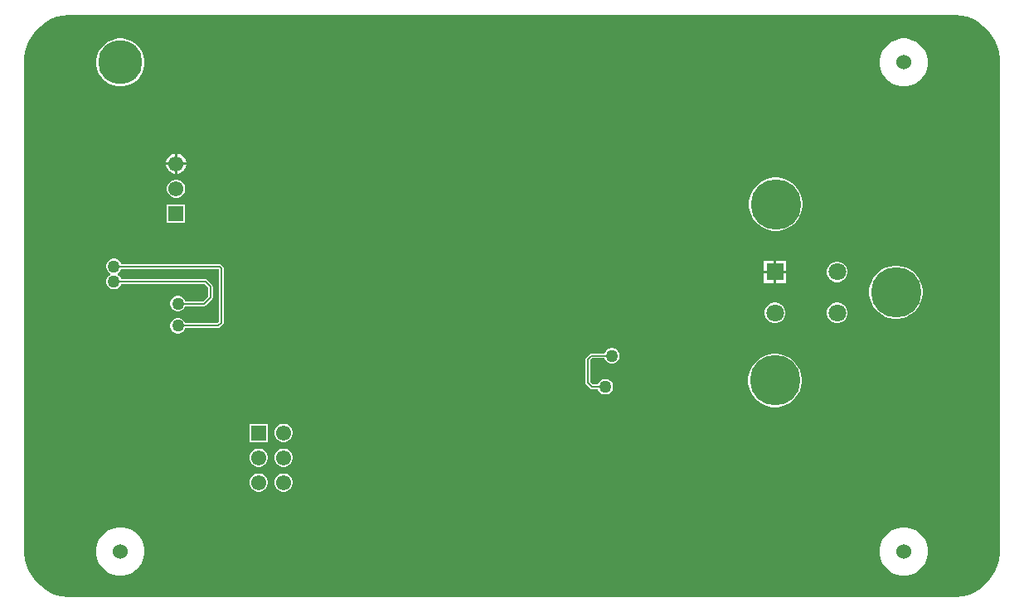
<source format=gbl>
G04*
G04 #@! TF.GenerationSoftware,Altium Limited,Altium Designer,24.2.2 (26)*
G04*
G04 Layer_Physical_Order=2*
G04 Layer_Color=16711680*
%FSLAX25Y25*%
%MOIN*%
G70*
G04*
G04 #@! TF.SameCoordinates,A429EB9D-CF2C-4BE8-93C1-183C4CBB5CAF*
G04*
G04*
G04 #@! TF.FilePolarity,Positive*
G04*
G01*
G75*
%ADD50C,0.06102*%
%ADD51R,0.06102X0.06102*%
%ADD56C,0.00600*%
%ADD60C,0.06000*%
%ADD61C,0.20256*%
%ADD62C,0.07087*%
%ADD63R,0.07087X0.07087*%
%ADD64C,0.17717*%
%ADD65C,0.05000*%
G36*
X377707Y235488D02*
X380098Y234848D01*
X382385Y233900D01*
X384529Y232663D01*
X386492Y231156D01*
X388243Y229406D01*
X389750Y227442D01*
X390987Y225299D01*
X391934Y223012D01*
X392575Y220621D01*
X392898Y218167D01*
Y216929D01*
Y20079D01*
Y18841D01*
X392575Y16387D01*
X391934Y13996D01*
X390987Y11709D01*
X389750Y9566D01*
X388243Y7602D01*
X386492Y5852D01*
X384529Y4345D01*
X382385Y3107D01*
X380098Y2160D01*
X377707Y1519D01*
X375253Y1197D01*
X18447D01*
X15993Y1519D01*
X13602Y2160D01*
X11316Y3107D01*
X9172Y4345D01*
X7208Y5852D01*
X5458Y7602D01*
X3951Y9566D01*
X2714Y11709D01*
X1767Y13996D01*
X1126Y16387D01*
X803Y18841D01*
Y20079D01*
Y216929D01*
Y218167D01*
X1126Y220621D01*
X1767Y223012D01*
X2714Y225299D01*
X3951Y227442D01*
X5458Y229406D01*
X7208Y231156D01*
X9172Y232663D01*
X11316Y233900D01*
X13602Y234848D01*
X15993Y235488D01*
X18447Y235811D01*
X375253D01*
X377707Y235488D01*
D02*
G37*
%LPC*%
G36*
X355281Y226181D02*
X353381D01*
X351517Y225810D01*
X349762Y225083D01*
X348182Y224028D01*
X346838Y222684D01*
X345783Y221104D01*
X345056Y219349D01*
X344685Y217485D01*
Y215585D01*
X345056Y213722D01*
X345783Y211966D01*
X346838Y210387D01*
X348182Y209043D01*
X349762Y207988D01*
X351517Y207260D01*
X353381Y206890D01*
X355281D01*
X357144Y207260D01*
X358900Y207988D01*
X360479Y209043D01*
X361823Y210387D01*
X362879Y211966D01*
X363606Y213722D01*
X363976Y215585D01*
Y217485D01*
X363606Y219349D01*
X362879Y221104D01*
X361823Y222684D01*
X360479Y224028D01*
X358900Y225083D01*
X357144Y225810D01*
X355281Y226181D01*
D02*
G37*
G36*
X40320D02*
X38420D01*
X36557Y225810D01*
X34801Y225083D01*
X33221Y224028D01*
X31878Y222684D01*
X30822Y221104D01*
X30095Y219349D01*
X29724Y217485D01*
Y215585D01*
X30095Y213722D01*
X30822Y211966D01*
X31878Y210387D01*
X33221Y209043D01*
X34801Y207988D01*
X36557Y207260D01*
X38420Y206890D01*
X40320D01*
X42184Y207260D01*
X43939Y207988D01*
X45519Y209043D01*
X46862Y210387D01*
X47918Y211966D01*
X48645Y213722D01*
X49016Y215585D01*
Y217485D01*
X48645Y219349D01*
X47918Y221104D01*
X46862Y222684D01*
X45519Y224028D01*
X43939Y225083D01*
X42184Y225810D01*
X40320Y226181D01*
D02*
G37*
G36*
X62344Y179799D02*
X62311D01*
Y176248D01*
X65862D01*
Y176281D01*
X65586Y177312D01*
X65053Y178235D01*
X64298Y178990D01*
X63375Y179523D01*
X62344Y179799D01*
D02*
G37*
G36*
X61311D02*
X61278D01*
X60247Y179523D01*
X59324Y178990D01*
X58569Y178235D01*
X58036Y177312D01*
X57760Y176281D01*
Y176248D01*
X61311D01*
Y179799D01*
D02*
G37*
G36*
X65862Y175248D02*
X62311D01*
Y171697D01*
X62344D01*
X63375Y171973D01*
X64298Y172506D01*
X65053Y173260D01*
X65586Y174184D01*
X65862Y175215D01*
Y175248D01*
D02*
G37*
G36*
X61311D02*
X57760D01*
Y175215D01*
X58036Y174184D01*
X58569Y173260D01*
X59324Y172506D01*
X60247Y171973D01*
X61278Y171697D01*
X61311D01*
Y175248D01*
D02*
G37*
G36*
X62292Y169399D02*
X61330D01*
X60402Y169150D01*
X59569Y168670D01*
X58889Y167990D01*
X58409Y167157D01*
X58160Y166229D01*
Y165267D01*
X58409Y164339D01*
X58889Y163506D01*
X59569Y162826D01*
X60402Y162346D01*
X61330Y162097D01*
X62292D01*
X63220Y162346D01*
X64053Y162826D01*
X64733Y163506D01*
X65213Y164339D01*
X65462Y165267D01*
Y166229D01*
X65213Y167157D01*
X64733Y167990D01*
X64053Y168670D01*
X63220Y169150D01*
X62292Y169399D01*
D02*
G37*
G36*
X65462Y159399D02*
X58160D01*
Y152097D01*
X65462D01*
Y159399D01*
D02*
G37*
G36*
X303718Y170177D02*
X302030D01*
X300362Y169913D01*
X298756Y169391D01*
X297251Y168624D01*
X295885Y167632D01*
X294691Y166438D01*
X293699Y165071D01*
X292932Y163567D01*
X292410Y161961D01*
X292146Y160293D01*
Y158605D01*
X292410Y156937D01*
X292932Y155331D01*
X293699Y153826D01*
X294691Y152460D01*
X295885Y151266D01*
X297251Y150274D01*
X298756Y149507D01*
X300362Y148985D01*
X302030Y148721D01*
X303718D01*
X305386Y148985D01*
X306992Y149507D01*
X308497Y150274D01*
X309863Y151266D01*
X311057Y152460D01*
X312049Y153826D01*
X312816Y155331D01*
X313338Y156937D01*
X313602Y158605D01*
Y160293D01*
X313338Y161961D01*
X312816Y163567D01*
X312049Y165071D01*
X311057Y166438D01*
X309863Y167632D01*
X308497Y168624D01*
X306992Y169391D01*
X305386Y169913D01*
X303718Y170177D01*
D02*
G37*
G36*
X307102Y136787D02*
X303059D01*
Y132744D01*
X307102D01*
Y136787D01*
D02*
G37*
G36*
X302059D02*
X298016D01*
Y132744D01*
X302059D01*
Y136787D01*
D02*
G37*
G36*
X328104Y136387D02*
X327014D01*
X325960Y136105D01*
X325015Y135560D01*
X324244Y134788D01*
X323698Y133843D01*
X323416Y132790D01*
Y131699D01*
X323698Y130645D01*
X324244Y129700D01*
X325015Y128929D01*
X325960Y128383D01*
X327014Y128101D01*
X328104D01*
X329158Y128383D01*
X330103Y128929D01*
X330874Y129700D01*
X331420Y130645D01*
X331702Y131699D01*
Y132790D01*
X331420Y133843D01*
X330874Y134788D01*
X330103Y135560D01*
X329158Y136105D01*
X328104Y136387D01*
D02*
G37*
G36*
X307102Y131744D02*
X303059D01*
Y127701D01*
X307102D01*
Y131744D01*
D02*
G37*
G36*
X302059D02*
X298016D01*
Y127701D01*
X302059D01*
Y131744D01*
D02*
G37*
G36*
X352025Y134744D02*
X350337D01*
X348669Y134479D01*
X347063Y133958D01*
X345558Y133191D01*
X344192Y132199D01*
X342998Y131005D01*
X342006Y129638D01*
X341239Y128134D01*
X340717Y126528D01*
X340453Y124860D01*
Y123171D01*
X340717Y121504D01*
X341239Y119898D01*
X342006Y118393D01*
X342998Y117027D01*
X344192Y115833D01*
X345558Y114840D01*
X347063Y114074D01*
X348669Y113552D01*
X350337Y113288D01*
X352025D01*
X353693Y113552D01*
X355299Y114074D01*
X356804Y114840D01*
X358170Y115833D01*
X359364Y117027D01*
X360356Y118393D01*
X361123Y119898D01*
X361645Y121504D01*
X361909Y123171D01*
Y124860D01*
X361645Y126528D01*
X361123Y128134D01*
X360356Y129638D01*
X359364Y131005D01*
X358170Y132199D01*
X356804Y133191D01*
X355299Y133958D01*
X353693Y134479D01*
X352025Y134744D01*
D02*
G37*
G36*
X328104Y119852D02*
X327014D01*
X325960Y119570D01*
X325015Y119024D01*
X324244Y118253D01*
X323698Y117308D01*
X323416Y116254D01*
Y115163D01*
X323698Y114109D01*
X324244Y113165D01*
X325015Y112393D01*
X325960Y111848D01*
X327014Y111565D01*
X328104D01*
X329158Y111848D01*
X330103Y112393D01*
X330874Y113165D01*
X331420Y114109D01*
X331702Y115163D01*
Y116254D01*
X331420Y117308D01*
X330874Y118253D01*
X330103Y119024D01*
X329158Y119570D01*
X328104Y119852D01*
D02*
G37*
G36*
X303104D02*
X302014D01*
X300960Y119570D01*
X300015Y119024D01*
X299244Y118253D01*
X298698Y117308D01*
X298416Y116254D01*
Y115163D01*
X298698Y114109D01*
X299244Y113165D01*
X300015Y112393D01*
X300960Y111848D01*
X302014Y111565D01*
X303104D01*
X304158Y111848D01*
X305103Y112393D01*
X305874Y113165D01*
X306420Y114109D01*
X306702Y115163D01*
Y116254D01*
X306420Y117308D01*
X305874Y118253D01*
X305103Y119024D01*
X304158Y119570D01*
X303104Y119852D01*
D02*
G37*
G36*
X37219Y137508D02*
X36403D01*
X35615Y137297D01*
X34909Y136889D01*
X34332Y136312D01*
X33924Y135605D01*
X33713Y134817D01*
Y134002D01*
X33924Y133213D01*
X34332Y132507D01*
X34909Y131930D01*
X35365Y131667D01*
Y131089D01*
X34909Y130826D01*
X34332Y130249D01*
X33924Y129542D01*
X33713Y128754D01*
Y127938D01*
X33924Y127150D01*
X34332Y126444D01*
X34909Y125867D01*
X35615Y125459D01*
X36403Y125248D01*
X37219D01*
X38007Y125459D01*
X38713Y125867D01*
X39290Y126444D01*
X39698Y127150D01*
X39773Y127429D01*
X73188D01*
X74673Y125944D01*
Y122275D01*
X72725Y120327D01*
X65514D01*
X65439Y120605D01*
X65031Y121312D01*
X64455Y121889D01*
X63748Y122297D01*
X62960Y122508D01*
X62144D01*
X61356Y122297D01*
X60650Y121889D01*
X60073Y121312D01*
X59665Y120605D01*
X59454Y119817D01*
Y119001D01*
X59665Y118213D01*
X60073Y117507D01*
X60650Y116930D01*
X61356Y116522D01*
X62144Y116311D01*
X62960D01*
X63748Y116522D01*
X64455Y116930D01*
X65031Y117507D01*
X65439Y118213D01*
X65514Y118492D01*
X73105D01*
X73456Y118562D01*
X73754Y118761D01*
X76239Y121246D01*
X76438Y121544D01*
X76508Y121895D01*
Y126324D01*
X76438Y126675D01*
X76239Y126973D01*
X74217Y128995D01*
X73919Y129194D01*
X73568Y129264D01*
X39773D01*
X39698Y129542D01*
X39290Y130249D01*
X38713Y130826D01*
X38257Y131089D01*
Y131667D01*
X38713Y131930D01*
X39290Y132507D01*
X39698Y133213D01*
X39773Y133492D01*
X78951D01*
X79004Y133439D01*
Y112191D01*
X78314Y111501D01*
X65470D01*
X65396Y111780D01*
X64988Y112486D01*
X64411Y113063D01*
X63704Y113471D01*
X62916Y113682D01*
X62100D01*
X61313Y113471D01*
X60606Y113063D01*
X60029Y112486D01*
X59621Y111780D01*
X59410Y110992D01*
Y110176D01*
X59621Y109388D01*
X60029Y108681D01*
X60606Y108104D01*
X61313Y107696D01*
X62100Y107485D01*
X62916D01*
X63704Y107696D01*
X64411Y108104D01*
X64988Y108681D01*
X65396Y109388D01*
X65470Y109666D01*
X78694D01*
X79045Y109736D01*
X79343Y109935D01*
X80570Y111162D01*
X80769Y111460D01*
X80839Y111811D01*
Y133819D01*
X80769Y134170D01*
X80570Y134468D01*
X79980Y135058D01*
X79682Y135257D01*
X79331Y135327D01*
X39773D01*
X39698Y135605D01*
X39290Y136312D01*
X38713Y136889D01*
X38007Y137297D01*
X37219Y137508D01*
D02*
G37*
G36*
X237424Y101544D02*
X236608D01*
X235820Y101333D01*
X235114Y100925D01*
X234537Y100348D01*
X234129Y99642D01*
X234054Y99363D01*
X228703D01*
X228351Y99294D01*
X228054Y99095D01*
X226600Y97641D01*
X226401Y97343D01*
X226331Y96992D01*
Y87647D01*
X226401Y87296D01*
X226600Y86998D01*
X228255Y85343D01*
X228553Y85144D01*
X228904Y85074D01*
X231392D01*
X231467Y84796D01*
X231875Y84089D01*
X232452Y83513D01*
X233158Y83104D01*
X233946Y82893D01*
X234762D01*
X235550Y83104D01*
X236257Y83513D01*
X236833Y84089D01*
X237241Y84796D01*
X237453Y85584D01*
Y86400D01*
X237241Y87188D01*
X236833Y87894D01*
X236257Y88471D01*
X235550Y88879D01*
X234762Y89090D01*
X233946D01*
X233158Y88879D01*
X232452Y88471D01*
X231875Y87894D01*
X231467Y87188D01*
X231392Y86909D01*
X229284D01*
X228166Y88028D01*
Y96612D01*
X229083Y97528D01*
X234054D01*
X234129Y97250D01*
X234537Y96543D01*
X235114Y95967D01*
X235820Y95559D01*
X236608Y95347D01*
X237424D01*
X238212Y95559D01*
X238919Y95967D01*
X239496Y96543D01*
X239904Y97250D01*
X240115Y98038D01*
Y98854D01*
X239904Y99642D01*
X239496Y100348D01*
X238919Y100925D01*
X238212Y101333D01*
X237424Y101544D01*
D02*
G37*
G36*
X303403Y99232D02*
X301715D01*
X300047Y98968D01*
X298441Y98446D01*
X296936Y97679D01*
X295570Y96687D01*
X294376Y95493D01*
X293384Y94127D01*
X292617Y92622D01*
X292095Y91016D01*
X291831Y89348D01*
Y87660D01*
X292095Y85992D01*
X292617Y84386D01*
X293384Y82881D01*
X294376Y81515D01*
X295570Y80321D01*
X296936Y79329D01*
X298441Y78562D01*
X300047Y78040D01*
X301715Y77776D01*
X303403D01*
X305071Y78040D01*
X306677Y78562D01*
X308182Y79329D01*
X309548Y80321D01*
X310742Y81515D01*
X311734Y82881D01*
X312501Y84386D01*
X313023Y85992D01*
X313287Y87660D01*
Y89348D01*
X313023Y91016D01*
X312501Y92622D01*
X311734Y94127D01*
X310742Y95493D01*
X309548Y96687D01*
X308182Y97679D01*
X306677Y98446D01*
X305071Y98968D01*
X303403Y99232D01*
D02*
G37*
G36*
X105481Y71131D02*
X104519D01*
X103591Y70883D01*
X102758Y70402D01*
X102078Y69722D01*
X101598Y68890D01*
X101349Y67961D01*
Y67000D01*
X101598Y66071D01*
X102078Y65238D01*
X102758Y64559D01*
X103591Y64078D01*
X104519Y63829D01*
X105481D01*
X106409Y64078D01*
X107242Y64559D01*
X107922Y65238D01*
X108402Y66071D01*
X108651Y67000D01*
Y67961D01*
X108402Y68890D01*
X107922Y69722D01*
X107242Y70402D01*
X106409Y70883D01*
X105481Y71131D01*
D02*
G37*
G36*
X98651D02*
X91349D01*
Y63829D01*
X98651D01*
Y71131D01*
D02*
G37*
G36*
X105481Y61132D02*
X104519D01*
X103591Y60883D01*
X102758Y60402D01*
X102078Y59722D01*
X101598Y58890D01*
X101349Y57961D01*
Y57000D01*
X101598Y56071D01*
X102078Y55238D01*
X102758Y54559D01*
X103591Y54078D01*
X104519Y53829D01*
X105481D01*
X106409Y54078D01*
X107242Y54559D01*
X107922Y55238D01*
X108402Y56071D01*
X108651Y57000D01*
Y57961D01*
X108402Y58890D01*
X107922Y59722D01*
X107242Y60402D01*
X106409Y60883D01*
X105481Y61132D01*
D02*
G37*
G36*
X95481D02*
X94519D01*
X93591Y60883D01*
X92758Y60402D01*
X92078Y59722D01*
X91598Y58890D01*
X91349Y57961D01*
Y57000D01*
X91598Y56071D01*
X92078Y55238D01*
X92758Y54559D01*
X93591Y54078D01*
X94519Y53829D01*
X95481D01*
X96409Y54078D01*
X97242Y54559D01*
X97922Y55238D01*
X98402Y56071D01*
X98651Y57000D01*
Y57961D01*
X98402Y58890D01*
X97922Y59722D01*
X97242Y60402D01*
X96409Y60883D01*
X95481Y61132D01*
D02*
G37*
G36*
X105481Y51131D02*
X104519D01*
X103591Y50883D01*
X102758Y50402D01*
X102078Y49722D01*
X101598Y48890D01*
X101349Y47961D01*
Y47000D01*
X101598Y46071D01*
X102078Y45238D01*
X102758Y44559D01*
X103591Y44078D01*
X104519Y43829D01*
X105481D01*
X106409Y44078D01*
X107242Y44559D01*
X107922Y45238D01*
X108402Y46071D01*
X108651Y47000D01*
Y47961D01*
X108402Y48890D01*
X107922Y49722D01*
X107242Y50402D01*
X106409Y50883D01*
X105481Y51131D01*
D02*
G37*
G36*
X95481D02*
X94519D01*
X93591Y50883D01*
X92758Y50402D01*
X92078Y49722D01*
X91598Y48890D01*
X91349Y47961D01*
Y47000D01*
X91598Y46071D01*
X92078Y45238D01*
X92758Y44559D01*
X93591Y44078D01*
X94519Y43829D01*
X95481D01*
X96409Y44078D01*
X97242Y44559D01*
X97922Y45238D01*
X98402Y46071D01*
X98651Y47000D01*
Y47961D01*
X98402Y48890D01*
X97922Y49722D01*
X97242Y50402D01*
X96409Y50883D01*
X95481Y51131D01*
D02*
G37*
G36*
X355281Y29331D02*
X353381D01*
X351517Y28960D01*
X349762Y28233D01*
X348182Y27177D01*
X346838Y25834D01*
X345783Y24254D01*
X345056Y22499D01*
X344685Y20635D01*
Y18735D01*
X345056Y16872D01*
X345783Y15116D01*
X346838Y13536D01*
X348182Y12193D01*
X349762Y11137D01*
X351517Y10410D01*
X353381Y10039D01*
X355281D01*
X357144Y10410D01*
X358900Y11137D01*
X360479Y12193D01*
X361823Y13536D01*
X362879Y15116D01*
X363606Y16872D01*
X363976Y18735D01*
Y20635D01*
X363606Y22499D01*
X362879Y24254D01*
X361823Y25834D01*
X360479Y27177D01*
X358900Y28233D01*
X357144Y28960D01*
X355281Y29331D01*
D02*
G37*
G36*
X40320D02*
X38420D01*
X36557Y28960D01*
X34801Y28233D01*
X33221Y27177D01*
X31878Y25834D01*
X30822Y24254D01*
X30095Y22499D01*
X29724Y20635D01*
Y18735D01*
X30095Y16872D01*
X30822Y15116D01*
X31878Y13536D01*
X33221Y12193D01*
X34801Y11137D01*
X36557Y10410D01*
X38420Y10039D01*
X40320D01*
X42184Y10410D01*
X43939Y11137D01*
X45519Y12193D01*
X46862Y13536D01*
X47918Y15116D01*
X48645Y16872D01*
X49016Y18735D01*
Y20635D01*
X48645Y22499D01*
X47918Y24254D01*
X46862Y25834D01*
X45519Y27177D01*
X43939Y28233D01*
X42184Y28960D01*
X40320Y29331D01*
D02*
G37*
%LPD*%
D50*
X95000Y57480D02*
D03*
Y47480D02*
D03*
X105000Y67480D02*
D03*
Y57480D02*
D03*
Y47480D02*
D03*
X61811Y175748D02*
D03*
Y165748D02*
D03*
D51*
X95000Y67480D02*
D03*
X61811Y155748D02*
D03*
D56*
X227249Y96992D02*
X228703Y98446D01*
X237016D01*
X227249Y87647D02*
Y96992D01*
Y87647D02*
X228904Y85992D01*
X234354D01*
X36811Y128347D02*
X73568D01*
X78694Y110584D02*
X79921Y111811D01*
Y133819D01*
X36811Y134409D02*
X79331D01*
X62508Y110584D02*
X78694D01*
X79331Y134409D02*
X79921Y133819D01*
X73568Y128347D02*
X75590Y126324D01*
X62552Y119409D02*
X73105D01*
X75590Y121895D02*
Y126324D01*
X73105Y119409D02*
X75590Y121895D01*
D60*
X354331Y19685D02*
D03*
X39370D02*
D03*
X354331Y216535D02*
D03*
D61*
X302874Y159449D02*
D03*
X302559Y88504D02*
D03*
X351181Y124016D02*
D03*
D62*
X302559Y115709D02*
D03*
X327559D02*
D03*
Y132244D02*
D03*
D63*
X302559D02*
D03*
D64*
X39370Y216535D02*
D03*
D65*
X237016Y98446D02*
D03*
X234354Y85992D02*
D03*
X36811Y134409D02*
D03*
X247835Y115833D02*
D03*
X205118Y206693D02*
D03*
X51925Y25984D02*
D03*
X36811Y128347D02*
D03*
X62552Y119409D02*
D03*
X62508Y110584D02*
D03*
X122485Y94370D02*
D03*
X109449Y147395D02*
D03*
X122485Y144095D02*
D03*
X264217Y198622D02*
D03*
X236221Y160236D02*
D03*
X277209Y66133D02*
D03*
X286221Y29921D02*
D03*
X175591Y61949D02*
D03*
X146850Y61614D02*
D03*
X79331Y81496D02*
D03*
X49606Y181142D02*
D03*
X36811Y96850D02*
D03*
X28150Y55905D02*
D03*
X277165Y100787D02*
D03*
X36811Y175591D02*
D03*
M02*

</source>
